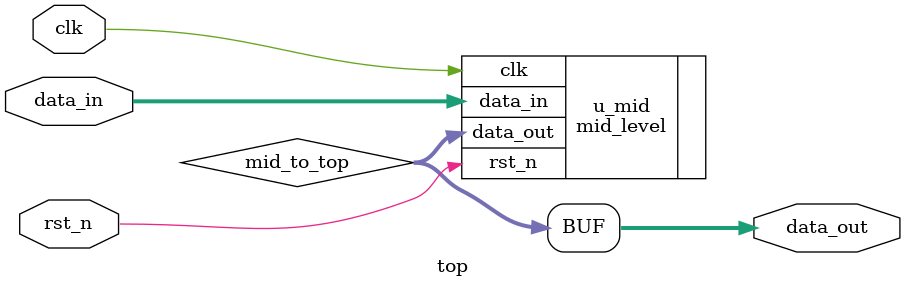
<source format=sv>

module top (
  input logic clk,
  input logic rst_n,
  input logic [15:0] data_in,
  output logic [15:0] data_out
);
  
  logic [15:0] mid_to_top;
  
  mid_level u_mid (
    .clk(clk),
    .rst_n(rst_n),
    .data_in(data_in),
    .data_out(mid_to_top)
  );
  
  assign data_out = mid_to_top;
  
endmodule


</source>
